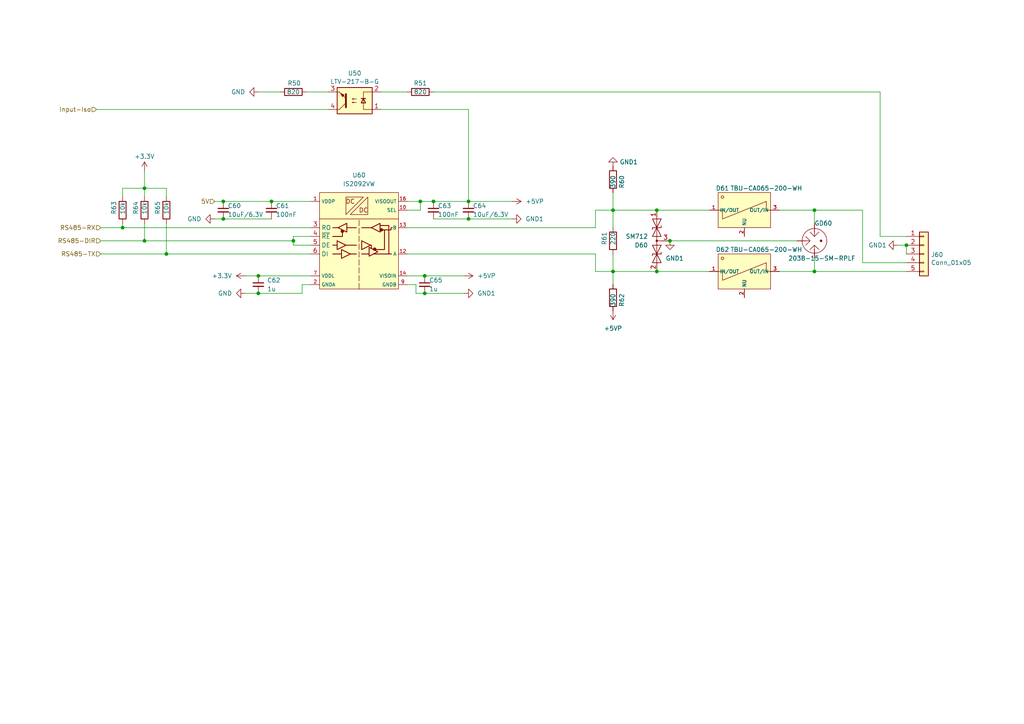
<source format=kicad_sch>
(kicad_sch (version 20231120) (generator "eeschema") (generator_version "8.0")
  (paper "A4")
  (title_block (title "UP1-GW-RS485") (date "2025-09-19") (rev "V00.10") (company "OpenKNX") (comment 1 "by Ing-Dom <dom@ing-dom.de>") (comment 2 "OpenKNX Open Hardware under CC BY-NC-SA 4.0") (comment 4 "https://OpenKNX.de"))
  (lib_symbols
    (symbol "Connector_Generic:Conn_01x05" (pin_names (offset 1.016) hide)
      (property "Reference" "J" (at 0 7.62 0))
      (property "Value" "Conn_01x05" (at 0 -7.62 0))
      (symbol "Conn_01x05_1_1"
        (rectangle (start -1.27 -4.953) (end 0 -5.207) (stroke (width 0.1524)))
        (rectangle (start -1.27 -2.413) (end 0 -2.667) (stroke (width 0.1524)))
        (rectangle (start -1.27 0.127) (end 0 -0.127) (stroke (width 0.1524)))
        (rectangle (start -1.27 2.667) (end 0 2.413) (stroke (width 0.1524)))
        (rectangle (start -1.27 5.207) (end 0 4.953) (stroke (width 0.1524)))
        (rectangle (start -1.27 6.35) (end 1.27 -6.35) (stroke (width 0.254)) (fill (type background)))
        (pin passive line (at -5.08 5.08 0) (length 3.81) (name "Pin_1") (number "1"))
        (pin passive line (at -5.08 2.54 0) (length 3.81) (name "Pin_2") (number "2"))
        (pin passive line (at -5.08 0 0) (length 3.81) (name "Pin_3") (number "3"))
        (pin passive line (at -5.08 -2.54 0) (length 3.81) (name "Pin_4") (number "4"))
        (pin passive line (at -5.08 -5.08 0) (length 3.81) (name "Pin_5") (number "5"))
      )
    )
    (symbol "Device:C_Small" (pin_numbers hide) (pin_names (offset 0.254) hide)
      (property "Reference" "C" (at 0.254 1.778 0))
      (property "Value" "C_Small" (at 0.254 -2.032 0))
      (symbol "C_Small_0_1"
        (polyline (pts (xy -1.524 -0.508) (xy 1.524 -0.508)) (stroke (width 0.3302)))
        (polyline (pts (xy -1.524 0.508) (xy 1.524 0.508)) (stroke (width 0.3048)))
      )
      (symbol "C_Small_1_1"
        (pin passive line (at 0 2.54 270) (length 2.032) (name "~") (number "1"))
        (pin passive line (at 0 -2.54 90) (length 2.032) (name "~") (number "2"))
      )
    )
    (symbol "Device:GDT_3Pin" (pin_numbers hide)
      (property "Reference" "GD" (at 5.08 0 90))
      (property "Value" "GDT_3Pin" (at 7.62 0 90))
      (symbol "GDT_3Pin_0_1"
        (polyline (pts (xy -2.54 0) (xy -1.27 0)))
        (polyline (pts (xy 0 -2.54) (xy 0 -1.27)))
        (polyline (pts (xy 0 -1.27) (xy -1.27 -2.54)))
        (polyline (pts (xy 0 -1.27) (xy 1.27 -2.54)))
        (polyline (pts (xy 0 1.27) (xy -1.27 2.54)))
        (polyline (pts (xy 0 1.27) (xy 1.27 2.54)))
        (polyline (pts (xy 0 2.54) (xy 0 1.27)))
        (polyline (pts (xy -2.54 1.27) (xy -1.27 0) (xy -2.54 -1.27)))
        (circle (center 0 0) (radius 3.5814))
        (circle (center 1.905 0) (radius 0.127))
        (circle (center 1.905 0) (radius 0.127))
        (circle (center 1.905 0) (radius 0.2794))
        (circle (center 2.032 0) (radius 0.127))
      )
      (symbol "GDT_3Pin_1_1"
        (pin passive line (at 0 -5.08 90) (length 2.54) (name "~") (number "1"))
        (pin passive line (at -5.08 0 0) (length 2.54) (name "~") (number "2"))
        (pin passive line (at 0 5.08 270) (length 2.54) (name "~") (number "3"))
      )
    )
    (symbol "Device:R" (pin_numbers hide) (pin_names (offset 0))
      (property "Reference" "R" (at 2.032 0 90))
      (property "Value" "R" (at 0 0 90))
      (symbol "R_0_1"
        (rectangle (start -1.016 -2.54) (end 1.016 2.54) (stroke (width 0.254)))
      )
      (symbol "R_1_1"
        (pin passive line (at 0 3.81 270) (length 1.27) (name "~") (number "1"))
        (pin passive line (at 0 -3.81 90) (length 1.27) (name "~") (number "2"))
      )
    )
    (symbol "Diode:SM712_SOT23" (pin_names (offset 1.016) hide)
      (property "Reference" "D" (at 0 4.445 0))
      (property "Value" "SM712_SOT23" (at 0 2.54 0))
      (symbol "SM712_SOT23_0_0"
        (polyline (pts (xy 0 -1.27) (xy 0 0)))
      )
      (symbol "SM712_SOT23_0_1"
        (polyline (pts (xy -6.35 0) (xy 6.35 0)))
        (polyline (pts (xy -3.302 1.27) (xy -3.81 1.27) (xy -3.81 -1.27) (xy -4.318 -1.27)) (stroke (width 0.2032)))
        (polyline (pts (xy 4.318 1.27) (xy 3.81 1.27) (xy 3.81 -1.27) (xy 3.302 -1.27)) (stroke (width 0.2032)))
        (polyline (pts (xy -6.35 -1.27) (xy -1.27 1.27) (xy -1.27 -1.27) (xy -6.35 1.27) (xy -6.35 -1.27)) (stroke (width 0.2032)))
        (polyline (pts (xy 1.27 -1.27) (xy 1.27 1.27) (xy 6.35 -1.27) (xy 6.35 1.27) (xy 1.27 -1.27)) (stroke (width 0.2032)))
        (circle (center 0 0) (radius 0.254) (fill (type outline)))
      )
      (symbol "SM712_SOT23_1_1"
        (pin passive line (at -8.89 0 0) (length 2.54) (name "A1") (number "1"))
        (pin passive line (at 8.89 0 180) (length 2.54) (name "A2") (number "2"))
        (pin input line (at 0 -3.81 90) (length 2.54) (name "common") (number "3"))
      )
    )
    (symbol "DomsKiCADLib:CA-IS2092VW"
      (property "Reference" "U" (at -10.16 12.7 0))
      (property "Value" "IS2092VW" (at 5.08 12.7 0))
      (symbol "CA-IS2092VW_0_1"
        (rectangle (start -11.43 11.43) (end 11.43 -16.51) (fill (type background)))
        (circle (center -4.8514 0.2286) (radius 0.3556) (stroke (width 0.254)) (fill (type outline)))
        (rectangle (start -3.556 1.905) (end -3.556 1.905))
        (polyline (pts (xy -11.43 3.81) (xy 11.43 3.81)))
        (polyline (pts (xy -7.62 -6.35) (xy -5.08 -6.35)) (stroke (width 0.254)))
        (polyline (pts (xy -7.62 -3.81) (xy -6.35 -3.81)) (stroke (width 0.254)))
        (polyline (pts (xy -7.62 1.27) (xy -6.096 1.27)) (stroke (width 0.254)))
        (polyline (pts (xy -3.81 -3.81) (xy -0.762 -3.81)) (stroke (width 0.254)))
        (polyline (pts (xy -3.556 1.27) (xy -0.762 1.27)) (stroke (width 0.254)))
        (polyline (pts (xy -2.794 -6.35) (xy -0.762 -6.35)) (stroke (width 0.254)))
        (polyline (pts (xy 0.762 -6.35) (xy 2.921 -6.35)) (stroke (width 0.254)))
        (polyline (pts (xy 0.762 1.27) (xy 3.556 1.27)) (stroke (width 0.254)))
        (polyline (pts (xy 3.302 -3.81) (xy 3.556 -3.81)) (stroke (width 0.254)))
        (polyline (pts (xy 3.556 -3.81) (xy 3.556 -4.7244)) (stroke (width 0.254)))
        (polyline (pts (xy 4.191 -6.35) (xy 9.398 -6.35)) (stroke (width 0.254)))
        (polyline (pts (xy -4.826 0) (xy -4.826 -1.27) (xy -7.62 -1.27)) (stroke (width 0.254)))
        (polyline (pts (xy 6.096 1.905) (xy 8.636 1.905) (xy 8.636 -6.35)) (stroke (width 0.254)))
        (polyline (pts (xy 7.366 0.635) (xy 7.366 -5.08) (xy 4.826 -5.08)) (stroke (width 0.254)))
        (polyline (pts (xy -6.35 -2.54) (xy -6.35 -5.08) (xy -3.81 -3.81) (xy -6.35 -2.54)) (stroke (width 0.254)))
        (polyline (pts (xy -6.096 1.27) (xy -3.556 2.54) (xy -3.556 0) (xy -6.096 1.27)) (stroke (width 0.254)))
        (polyline (pts (xy -5.08 -5.08) (xy -5.08 -7.62) (xy -2.54 -6.35) (xy -5.08 -5.08)) (stroke (width 0.254)))
        (polyline (pts (xy 0.762 -2.54) (xy 0.762 -5.08) (xy 3.302 -3.81) (xy 0.762 -2.54)) (stroke (width 0.254)))
        (polyline (pts (xy 2.54 10.16) (xy 2.54 5.08) (xy -2.54 5.08) (xy 2.54 10.16)))
        (polyline (pts (xy 2.921 -4.445) (xy 2.921 -6.985) (xy 5.461 -5.715) (xy 2.921 -4.445)) (stroke (width 0.254)))
        (polyline (pts (xy 3.556 1.27) (xy 6.096 2.54) (xy 6.096 0) (xy 3.556 1.27)) (stroke (width 0.254)))
        (polyline (pts (xy 6.731 0.635) (xy 9.271 0.635) (xy 9.271 1.27) (xy 9.652 1.27)) (stroke (width 0.254)))
        (polyline (pts (xy -3.81 10.16) (xy -3.81 5.08) (xy 1.27 10.16) (xy -3.81 10.16) (xy 1.27 10.16)))
        (circle (center 4.5212 -4.953) (radius 0.3556) (stroke (width 0.254)) (fill (type outline)))
        (rectangle (start 6.096 1.905) (end 6.096 1.905))
        (circle (center 6.477 0.635) (radius 0.3556) (stroke (width 0.254)) (fill (type outline)))
      )
      (symbol "CA-IS2092VW_1_1"
        (polyline (pts (xy 0 -16.51) (xy 0 3.81)) (stroke (width 0) (type dash)))
        (text "DC" (at -2.54 8.89 0) (effects (font (size 1.27 1.27))))
        (text "DC" (at 1.27 6.35 0) (effects (font (size 1.27 1.27))))
        (pin power_in line (at -13.97 8.89 0) (length 2.54) (name "VDDP") (number "1"))
        (pin input line (at 13.97 6.35 180) (length 2.54) (name "SEL") (number "10"))
        (pin no_connect line (at 13.97 -10.16 180) (length 2.54) hide (name "") (number "11"))
        (pin bidirectional line (at 13.97 -6.35 180) (length 2.54) (name "A") (number "12"))
        (pin bidirectional line (at 13.97 1.27 180) (length 2.54) (name "B") (number "13"))
        (pin power_in line (at 13.97 -12.7 180) (length 2.54) (name "VISOIN") (number "14"))
        (pin power_in line (at 13.97 -15.24 180) (length 2.54) hide (name "GNDB") (number "15"))
        (pin power_out line (at 13.97 8.89 180) (length 2.54) (name "VISOOUT") (number "16"))
        (pin power_in line (at -13.97 -15.24 0) (length 2.54) (name "GNDA") (number "2"))
        (pin output line (at -13.97 1.27 0) (length 2.54) (name "RO") (number "3"))
        (pin input line (at -13.97 -1.27 0) (length 2.54) (name "~{RE}") (number "4"))
        (pin input line (at -13.97 -3.81 0) (length 2.54) (name "DE") (number "5"))
        (pin input line (at -13.97 -6.35 0) (length 2.54) (name "DI") (number "6"))
        (pin power_in line (at -13.97 -12.7 0) (length 2.54) (name "VDDL") (number "7"))
        (pin power_in line (at -13.97 -15.24 0) (length 2.54) hide (name "GNDA") (number "8"))
        (pin power_in line (at 13.97 -15.24 180) (length 2.54) (name "GNDB") (number "9"))
      )
    )
    (symbol "DomsKiCADLib:TBU-CA065-200-WH"
      (property "Reference" "U" (at -3.81 6.35 0))
      (property "Value" "TBU-CA065-200-WH" (at 10.16 6.35 0))
      (symbol "TBU-CA065-200-WH_0_1"
        (rectangle (start -5.08 5.08) (end 10.16 -5.08) (fill (type background)))
        (circle (center -3.81 3.81) (radius 0.381) (fill (type background)))
        (polyline (pts (xy 8.89 2.54) (xy -3.81 -2.54)))
        (polyline (pts (xy -5.08 0) (xy -3.81 0) (xy -3.81 -2.54)))
        (polyline (pts (xy 10.16 0) (xy 8.89 0) (xy 8.89 2.54)))
        (pin unspecified line (at -7.62 0 0) (length 2.54) (name "IN/OUT") (number "1"))
        (pin unspecified line (at 2.54 -7.62 90) (length 2.54) (name "NU") (number "2"))
        (pin unspecified line (at 12.7 0 180) (length 2.54) (name "OUT/IN") (number "3"))
      )
    )
    (symbol "Isolator:PC817" (pin_names (offset 1.016))
      (property "Reference" "U" (at -5.08 5.08 0))
      (property "Value" "PC817" (at 0 5.08 0))
      (symbol "PC817_0_1"
        (rectangle (start -5.08 3.81) (end 5.08 -3.81) (stroke (width 0.254)) (fill (type background)))
        (polyline (pts (xy -3.175 -0.635) (xy -1.905 -0.635)) (stroke (width 0.254)))
        (polyline (pts (xy 2.54 0.635) (xy 4.445 2.54)))
        (polyline (pts (xy 4.445 -2.54) (xy 2.54 -0.635)) (fill (type outline)))
        (polyline (pts (xy 4.445 -2.54) (xy 5.08 -2.54)))
        (polyline (pts (xy 4.445 2.54) (xy 5.08 2.54)))
        (polyline (pts (xy -5.08 2.54) (xy -2.54 2.54) (xy -2.54 -0.635)))
        (polyline (pts (xy -2.54 -0.635) (xy -2.54 -2.54) (xy -5.08 -2.54)))
        (polyline (pts (xy 2.54 1.905) (xy 2.54 -1.905) (xy 2.54 -1.905)) (stroke (width 0.508)))
        (polyline (pts (xy -2.54 -0.635) (xy -3.175 0.635) (xy -1.905 0.635) (xy -2.54 -0.635)) (stroke (width 0.254)))
        (polyline (pts (xy -0.508 -0.508) (xy 0.762 -0.508) (xy 0.381 -0.635) (xy 0.381 -0.381) (xy 0.762 -0.508)))
        (polyline (pts (xy -0.508 0.508) (xy 0.762 0.508) (xy 0.381 0.381) (xy 0.381 0.635) (xy 0.762 0.508)))
        (polyline (pts (xy 3.048 -1.651) (xy 3.556 -1.143) (xy 4.064 -2.159) (xy 3.048 -1.651) (xy 3.048 -1.651)) (fill (type outline)))
      )
      (symbol "PC817_1_1"
        (pin passive line (at -7.62 2.54 0) (length 2.54) (name "~") (number "1"))
        (pin passive line (at -7.62 -2.54 0) (length 2.54) (name "~") (number "2"))
        (pin passive line (at 7.62 -2.54 180) (length 2.54) (name "~") (number "3"))
        (pin passive line (at 7.62 2.54 180) (length 2.54) (name "~") (number "4"))
      )
    )
    (symbol "power:+3.3V" (power) (pin_names (offset 0))
      (property "Value" "+3.3V" (at 0 3.556 0))
      (symbol "+3.3V_0_1"
        (polyline (pts (xy -0.762 1.27) (xy 0 2.54)))
        (polyline (pts (xy 0 0) (xy 0 2.54)))
        (polyline (pts (xy 0 2.54) (xy 0.762 1.27)))
      )
      (symbol "+3.3V_1_1"
        (pin power_in line (at 0 0 90) (length 0) hide (name "+3.3V") (number "1"))
      )
    )
    (symbol "power:+5VP" (power) (pin_names (offset 0))
      (property "Value" "+5VP" (at 0 3.556 0))
      (symbol "+5VP_0_1"
        (polyline (pts (xy -0.762 1.27) (xy 0 2.54)))
        (polyline (pts (xy 0 0) (xy 0 2.54)))
        (polyline (pts (xy 0 2.54) (xy 0.762 1.27)))
      )
      (symbol "+5VP_1_1"
        (pin power_in line (at 0 0 90) (length 0) hide (name "+5VP") (number "1"))
      )
    )
    (symbol "power:GND" (power) (pin_names (offset 0))
      (property "Value" "GND" (at 0 -3.81 0))
      (symbol "GND_0_1"
        (polyline (pts (xy 0 0) (xy 0 -1.27) (xy 1.27 -1.27) (xy 0 -2.54) (xy -1.27 -1.27) (xy 0 -1.27)))
      )
      (symbol "GND_1_1"
        (pin power_in line (at 0 0 270) (length 0) hide (name "GND") (number "1"))
      )
    )
    (symbol "power:GND1" (power) (pin_names (offset 0))
      (property "Value" "GND1" (at 0 -3.81 0))
      (symbol "GND1_0_1"
        (polyline (pts (xy 0 0) (xy 0 -1.27) (xy 1.27 -1.27) (xy 0 -2.54) (xy -1.27 -1.27) (xy 0 -1.27)))
      )
      (symbol "GND1_1_1"
        (pin power_in line (at 0 0 270) (length 0) hide (name "GND1") (number "1"))
      )
    )
  )
  (junction (at 135.89 58.42))
  (junction (at 35.56 66.04))
  (junction (at 262.89 71.12))
  (junction (at 236.22 78.74))
  (junction (at 78.74 58.42))
  (junction (at 64.77 58.42))
  (junction (at 41.91 69.85))
  (junction (at 194.31 69.85))
  (junction (at 177.8 60.96))
  (junction (at 135.89 63.5))
  (junction (at 123.19 85.09))
  (junction (at 125.73 58.42))
  (junction (at 74.93 85.09))
  (junction (at 190.5 60.96))
  (junction (at 123.19 80.01))
  (junction (at 85.09 69.85))
  (junction (at 41.91 54.61))
  (junction (at 74.93 80.01))
  (junction (at 48.26 73.66))
  (junction (at 121.92 58.42))
  (junction (at 177.8 78.74))
  (junction (at 236.22 60.96))
  (junction (at 64.77 63.5))
  (junction (at 190.5 78.74))
  (wire (pts (xy 190.5 78.74) (xy 205.74 78.74)))
  (wire (pts (xy 35.56 54.61) (xy 41.91 54.61)))
  (wire (pts (xy 177.8 60.96) (xy 177.8 55.88)))
  (wire (pts (xy 236.22 64.77) (xy 236.22 60.96)))
  (wire (pts (xy 118.11 73.66) (xy 172.72 73.66)))
  (wire (pts (xy 236.22 60.96) (xy 250.19 60.96)))
  (wire (pts (xy 250.19 76.2) (xy 262.89 76.2)))
  (wire (pts (xy 250.19 60.96) (xy 250.19 76.2)))
  (wire (pts (xy 255.27 68.58) (xy 262.89 68.58)))
  (wire (pts (xy 41.91 69.85) (xy 85.09 69.85)))
  (wire (pts (xy 123.19 85.09) (xy 120.65 85.09)))
  (wire (pts (xy 85.09 69.85) (xy 85.09 68.58)))
  (wire (pts (xy 135.89 58.42) (xy 148.59 58.42)))
  (wire (pts (xy 29.21 73.66) (xy 48.26 73.66)))
  (wire (pts (xy 177.8 60.96) (xy 190.5 60.96)))
  (wire (pts (xy 172.72 78.74) (xy 177.8 78.74)))
  (wire (pts (xy 74.93 26.67) (xy 81.28 26.67)))
  (wire (pts (xy 135.89 31.75) (xy 110.49 31.75)))
  (wire (pts (xy 27.94 31.75) (xy 95.25 31.75)))
  (wire (pts (xy 71.12 80.01) (xy 74.93 80.01)))
  (wire (pts (xy 255.27 26.67) (xy 255.27 68.58)))
  (wire (pts (xy 121.92 60.96) (xy 121.92 58.42)))
  (wire (pts (xy 118.11 58.42) (xy 121.92 58.42)))
  (wire (pts (xy 236.22 78.74) (xy 236.22 74.93)))
  (wire (pts (xy 226.06 60.96) (xy 236.22 60.96)))
  (wire (pts (xy 135.89 63.5) (xy 148.59 63.5)))
  (wire (pts (xy 120.65 85.09) (xy 120.65 82.55)))
  (wire (pts (xy 177.8 78.74) (xy 177.8 82.55)))
  (wire (pts (xy 41.91 64.77) (xy 41.91 69.85)))
  (wire (pts (xy 35.56 57.15) (xy 35.56 54.61)))
  (wire (pts (xy 118.11 60.96) (xy 121.92 60.96)))
  (wire (pts (xy 172.72 60.96) (xy 177.8 60.96)))
  (wire (pts (xy 48.26 54.61) (xy 41.91 54.61)))
  (wire (pts (xy 118.11 66.04) (xy 172.72 66.04)))
  (wire (pts (xy 226.06 78.74) (xy 236.22 78.74)))
  (wire (pts (xy 262.89 71.12) (xy 262.89 73.66)))
  (wire (pts (xy 110.49 26.67) (xy 118.11 26.67)))
  (wire (pts (xy 64.77 63.5) (xy 78.74 63.5)))
  (wire (pts (xy 35.56 66.04) (xy 90.17 66.04)))
  (wire (pts (xy 120.65 82.55) (xy 118.11 82.55)))
  (wire (pts (xy 125.73 58.42) (xy 135.89 58.42)))
  (wire (pts (xy 85.09 68.58) (xy 90.17 68.58)))
  (wire (pts (xy 177.8 73.66) (xy 177.8 78.74)))
  (wire (pts (xy 64.77 58.42) (xy 78.74 58.42)))
  (wire (pts (xy 29.21 66.04) (xy 35.56 66.04)))
  (wire (pts (xy 62.23 63.5) (xy 64.77 63.5)))
  (wire (pts (xy 41.91 54.61) (xy 41.91 57.15)))
  (wire (pts (xy 260.35 71.12) (xy 262.89 71.12)))
  (wire (pts (xy 85.09 71.12) (xy 90.17 71.12)))
  (wire (pts (xy 190.5 60.96) (xy 205.74 60.96)))
  (wire (pts (xy 29.21 69.85) (xy 41.91 69.85)))
  (wire (pts (xy 87.63 82.55) (xy 90.17 82.55)))
  (wire (pts (xy 87.63 85.09) (xy 87.63 82.55)))
  (wire (pts (xy 177.8 60.96) (xy 177.8 66.04)))
  (wire (pts (xy 48.26 73.66) (xy 90.17 73.66)))
  (wire (pts (xy 125.73 26.67) (xy 255.27 26.67)))
  (wire (pts (xy 78.74 58.42) (xy 90.17 58.42)))
  (wire (pts (xy 88.9 26.67) (xy 95.25 26.67)))
  (wire (pts (xy 172.72 73.66) (xy 172.72 78.74)))
  (wire (pts (xy 74.93 85.09) (xy 87.63 85.09)))
  (wire (pts (xy 41.91 49.53) (xy 41.91 54.61)))
  (wire (pts (xy 123.19 85.09) (xy 134.62 85.09)))
  (wire (pts (xy 62.23 58.42) (xy 64.77 58.42)))
  (wire (pts (xy 236.22 78.74) (xy 262.89 78.74)))
  (wire (pts (xy 48.26 64.77) (xy 48.26 73.66)))
  (wire (pts (xy 125.73 63.5) (xy 135.89 63.5)))
  (wire (pts (xy 118.11 80.01) (xy 123.19 80.01)))
  (wire (pts (xy 123.19 80.01) (xy 134.62 80.01)))
  (wire (pts (xy 172.72 60.96) (xy 172.72 66.04)))
  (wire (pts (xy 74.93 80.01) (xy 90.17 80.01)))
  (wire (pts (xy 71.12 85.09) (xy 74.93 85.09)))
  (wire (pts (xy 135.89 58.42) (xy 135.89 31.75)))
  (wire (pts (xy 194.31 69.85) (xy 231.14 69.85)))
  (wire (pts (xy 48.26 57.15) (xy 48.26 54.61)))
  (wire (pts (xy 35.56 64.77) (xy 35.56 66.04)))
  (wire (pts (xy 177.8 78.74) (xy 190.5 78.74)))
  (wire (pts (xy 121.92 58.42) (xy 125.73 58.42)))
  (wire (pts (xy 85.09 69.85) (xy 85.09 71.12)))
  (hierarchical_label "RS485-DIR" (shape input) (at 29.21 69.85 180))
  (hierarchical_label "5V" (shape input) (at 62.23 58.42 180))
  (hierarchical_label "RS485-RX" (shape input) (at 29.21 66.04 180))
  (hierarchical_label "RS485-TX" (shape input) (at 29.21 73.66 180))
  (hierarchical_label "Input-Iso" (shape input) (at 27.94 31.75 180))
  (symbol (lib_id "power:GND1") (at 134.62 85.09 90) (unit 1)
    (property "Reference" "#PWR025" (effects (hide yes)))
    (property "Value" "GND1" (at 138.43 85.09 90) (effects (justify right)))
  )
  (symbol (lib_id "Connector_Generic:Conn_01x05") (at 267.97 73.66 0) (unit 1)
    (property "Reference" "J60" (at 270.002 73.8632 0) (effects (justify left)))
    (property "Value" "Conn_01x05" (at 270.002 76.1746 0) (effects (justify left)))
    (property "Footprint" "DomsKiCADLib:Cixi_Kefa_KF128-2.54-5p" (effects (hide yes)))
    (property "Description" "Generic connector, single row, 01x05, script generated (kicad-library-utils/schlib/autogen/connector/)" (effects (hide yes)))
  )
  (symbol (lib_id "Device:R") (at 41.91 60.96 0) (unit 1)
    (property "Reference" "R64" (at 39.37 62.23 90) (effects (justify left)))
    (property "Value" "10k" (at 41.91 62.23 90) (effects (justify left)))
    (property "Footprint" "Resistor_SMD:R_0402_1005Metric" (effects (hide yes)))
  )
  (symbol (lib_id "power:+5VP") (at 134.62 80.01 270) (unit 1)
    (property "Reference" "#PWR023" (effects (hide yes)))
    (property "Value" "+5VP" (at 138.43 80.01 90) (effects (justify left)))
  )
  (symbol (lib_id "Device:C_Small") (at 123.19 82.55 0) (unit 1)
    (property "Reference" "C65" (at 124.46 81.28 0) (effects (justify left)))
    (property "Value" "1u" (at 124.46 83.82 0) (effects (justify left)))
    (property "Footprint" "Capacitor_SMD:C_0402_1005Metric" (effects (hide yes)))
  )
  (symbol (lib_id "Device:C_Small") (at 125.73 60.96 0) (unit 1)
    (property "Reference" "C63" (at 127 59.69 0) (effects (justify left)))
    (property "Value" "100nF" (at 127 62.23 0) (effects (justify left)))
    (property "Footprint" "Capacitor_SMD:C_0402_1005Metric" (effects (hide yes)))
  )
  (symbol (lib_id "power:GND") (at 74.93 26.67 270) (unit 1)
    (property "Reference" "#PWR034" (effects (hide yes)))
    (property "Value" "GND" (at 71.12 26.67 90) (effects (justify right)))
  )
  (symbol (lib_id "DomsKiCADLib:TBU-CA065-200-WH") (at 213.36 60.96 0) (unit 1)
    (property "Reference" "D61" (at 209.55 54.61 0))
    (property "Value" "TBU-CA065-200-WH" (at 222.25 54.61 0))
    (property "Footprint" "DomsKiCADLib:DIO-SMD_3P-L6.5-W4.0-BI" (effects (hide yes)))
    (property "Datasheet" "https://www.bourns.com/docs/product-datasheets/tbu-ca.pdf" (effects (hide yes)))
  )
  (symbol (lib_id "power:GND1") (at 177.8 48.26 180) (unit 1)
    (property "Reference" "#PWR028" (effects (hide yes)))
    (property "Value" "GND1" (at 179.705 46.99 0) (effects (justify right)))
  )
  (symbol (lib_id "power:+5VP") (at 148.59 58.42 270) (unit 1)
    (property "Reference" "#PWR026" (effects (hide yes)))
    (property "Value" "+5VP" (at 152.4 58.42 90) (effects (justify left)))
  )
  (symbol (lib_id "Device:GDT_3Pin") (at 236.22 69.85 0) (mirror x) (unit 1)
    (property "Reference" "GD60" (at 236.22 64.77 0) (effects (justify left)))
    (property "Value" "2038-15-SM-RPLF" (at 228.6 74.93 0) (effects (justify left)))
    (property "Footprint" "DomsKiCADLib:DIO-DT-SMD-3P_L7.5-W5.0" (effects (hide yes)))
    (property "Datasheet" "https://wmsc.lcsc.com/wmsc/upload/file/pdf/v2/lcsc/2008171238_BOURNS-2038-15-SM-RPLF_C720636.pdf" (effects (hide yes)))
  )
  (symbol (lib_id "Device:R") (at 35.56 60.96 0) (unit 1)
    (property "Reference" "R63" (at 33.02 62.23 90) (effects (justify left)))
    (property "Value" "10k" (at 35.56 62.23 90) (effects (justify left)))
    (property "Footprint" "Resistor_SMD:R_0402_1005Metric" (effects (hide yes)))
  )
  (symbol (lib_id "Device:R") (at 85.09 26.67 90) (unit 1)
    (property "Reference" "R50" (at 85.344 24.13 90))
    (property "Value" "820" (at 85.09 26.67 90))
    (property "Footprint" "Resistor_SMD:R_0603_1608Metric" (effects (hide yes)))
    (property "Description" "Resistor" (effects (hide yes)))
  )
  (symbol (lib_id "Device:C_Small") (at 64.77 60.96 0) (unit 1)
    (property "Reference" "C60" (at 66.04 59.69 0) (effects (justify left)))
    (property "Value" "10uF/6.3V" (at 66.04 62.23 0) (effects (justify left)))
    (property "Footprint" "Capacitor_SMD:C_0402_1005Metric" (effects (hide yes)))
  )
  (symbol (lib_id "power:GND1") (at 194.31 69.85 0) (unit 1)
    (property "Reference" "#PWR030" (effects (hide yes)))
    (property "Value" "GND1" (at 193.04 74.93 0) (effects (justify left)))
  )
  (symbol (lib_id "Device:R") (at 177.8 69.85 0) (unit 1)
    (property "Reference" "R61" (at 175.26 71.12 90) (effects (justify left)))
    (property "Value" "220" (at 177.8 71.12 90) (effects (justify left)))
    (property "Footprint" "Resistor_SMD:R_0402_1005Metric" (effects (hide yes)))
  )
  (symbol (lib_id "Device:R") (at 177.8 52.07 180) (unit 1)
    (property "Reference" "R60" (at 180.34 50.8 90) (effects (justify left)))
    (property "Value" "390" (at 177.8 50.8 90) (effects (justify left)))
    (property "Footprint" "Resistor_SMD:R_0603_1608Metric" (effects (hide yes)))
  )
  (symbol (lib_id "power:+5VP") (at 177.8 90.17 180) (unit 1)
    (property "Reference" "#PWR029" (effects (hide yes)))
    (property "Value" "+5VP" (at 177.8 95.25 0))
  )
  (symbol (lib_id "Diode:SM712_SOT23") (at 190.5 69.85 90) (mirror x) (unit 1)
    (property "Reference" "D60" (at 187.96 71.12 90) (effects (justify left)))
    (property "Value" "SM712" (at 187.96 68.58 90) (effects (justify left)))
    (property "Footprint" "Package_TO_SOT_SMD:SOT-23" (effects (hide yes)))
    (property "Datasheet" "https://www.littelfuse.com/~/media/electronics/datasheets/tvs_diode_arrays/littelfuse_tvs_diode_array_sm712_datasheet.pdf.pdf" (effects (hide yes)))
  )
  (symbol (lib_id "power:GND") (at 62.23 63.5 270) (unit 1)
    (property "Reference" "#PWR014" (effects (hide yes)))
    (property "Value" "GND" (at 58.42 63.5 90) (effects (justify right)))
  )
  (symbol (lib_id "Device:C_Small") (at 78.74 60.96 0) (unit 1)
    (property "Reference" "C61" (at 80.01 59.69 0) (effects (justify left)))
    (property "Value" "100nF" (at 80.01 62.23 0) (effects (justify left)))
    (property "Footprint" "Capacitor_SMD:C_0402_1005Metric" (effects (hide yes)))
  )
  (symbol (lib_id "Isolator:PC817") (at 102.87 29.21 180) (unit 1)
    (property "Reference" "U50" (at 102.87 21.2555 0))
    (property "Value" "LTV-217-B-G" (at 102.87 23.6798 0))
    (property "Footprint" "Package_SO:SOP-4_4.4x2.6mm_P1.27mm" (effects (hide yes)))
    (property "Description" "DC Optocoupler" (effects (hide yes)))
  )
  (symbol (lib_id "DomsKiCADLib:TBU-CA065-200-WH") (at 213.36 78.74 0) (unit 1)
    (property "Reference" "D62" (at 209.55 72.39 0))
    (property "Value" "TBU-CA065-200-WH" (at 222.25 72.39 0))
    (property "Footprint" "DomsKiCADLib:DIO-SMD_3P-L6.5-W4.0-BI" (effects (hide yes)))
    (property "Datasheet" "https://www.bourns.com/docs/product-datasheets/tbu-ca.pdf" (effects (hide yes)))
  )
  (symbol (lib_id "Device:R") (at 177.8 86.36 180) (unit 1)
    (property "Reference" "R62" (at 180.34 85.09 90) (effects (justify left)))
    (property "Value" "390" (at 177.8 85.09 90) (effects (justify left)))
    (property "Footprint" "Resistor_SMD:R_0603_1608Metric" (effects (hide yes)))
  )
  (symbol (lib_id "Device:C_Small") (at 74.93 82.55 0) (unit 1)
    (property "Reference" "C62" (at 77.47 81.2862 0) (effects (justify left)))
    (property "Value" "1u" (at 77.47 83.8262 0) (effects (justify left)))
    (property "Footprint" "Capacitor_SMD:C_0402_1005Metric" (effects (hide yes)))
  )
  (symbol (lib_id "Device:R") (at 121.92 26.67 90) (unit 1)
    (property "Reference" "R51" (at 121.92 24.13 90))
    (property "Value" "820" (at 121.92 26.67 90))
    (property "Footprint" "Resistor_SMD:R_0603_1608Metric" (effects (hide yes)))
    (property "Description" "Resistor" (effects (hide yes)))
  )
  (symbol (lib_id "power:GND") (at 71.12 85.09 270) (unit 1)
    (property "Reference" "#PWR021" (effects (hide yes)))
    (property "Value" "GND" (at 67.31 85.09 90) (effects (justify right)))
  )
  (symbol (lib_id "power:GND1") (at 148.59 63.5 90) (unit 1)
    (property "Reference" "#PWR027" (effects (hide yes)))
    (property "Value" "GND1" (at 152.4 63.5 90) (effects (justify right)))
  )
  (symbol (lib_id "power:+3.3V") (at 71.12 80.01 90) (unit 1)
    (property "Reference" "#PWR019" (effects (hide yes)))
    (property "Value" "+3.3V" (at 67.31 80.01 90) (effects (justify left)))
  )
  (symbol (lib_id "DomsKiCADLib:CA-IS2092VW") (at 104.14 67.31 0) (unit 1)
    (property "Reference" "U60" (at 104.14 50.8 0))
    (property "Value" "IS2092VW" (at 104.14 53.34 0))
    (property "Footprint" "Package_SO:SOIC-16W_7.5x10.3mm_P1.27mm" (effects (hide yes)))
    (property "Datasheet" "https://e.chipanalog.com/Public/Uploads/uploadfile/files/20240611/CAIS2092xdatasheetVersion1.05en.pdf" (effects (hide yes)))
    (property "Description" "RS485" (effects (hide yes)))
  )
  (symbol (lib_id "power:+3.3V") (at 41.91 49.53 0) (unit 1)
    (property "Reference" "#PWR07" (effects (hide yes)))
    (property "Value" "+3.3V" (at 41.91 45.3969 0))
  )
  (symbol (lib_id "power:GND1") (at 260.35 71.12 270) (unit 1)
    (property "Reference" "#PWR031" (effects (hide yes)))
    (property "Value" "GND1" (at 257.175 71.12 90) (effects (justify right)))
  )
  (symbol (lib_id "Device:R") (at 48.26 60.96 0) (unit 1)
    (property "Reference" "R65" (at 45.72 62.23 90) (effects (justify left)))
    (property "Value" "10k" (at 48.26 62.23 90) (effects (justify left)))
    (property "Footprint" "Resistor_SMD:R_0402_1005Metric" (effects (hide yes)))
  )
  (symbol (lib_id "Device:C_Small") (at 135.89 60.96 0) (unit 1)
    (property "Reference" "C64" (at 137.16 59.69 0) (effects (justify left)))
    (property "Value" "10uF/6.3V" (at 137.16 62.23 0) (effects (justify left)))
    (property "Footprint" "Capacitor_SMD:C_0402_1005Metric" (effects (hide yes)))
  )
)
</source>
